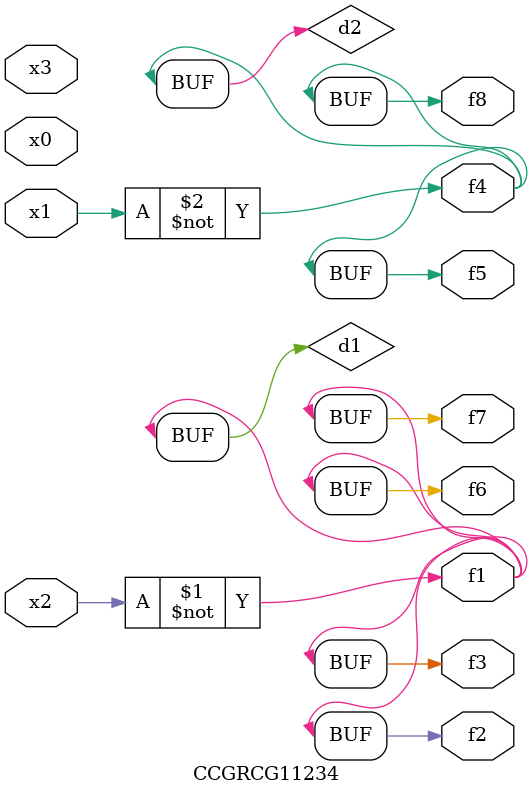
<source format=v>
module CCGRCG11234(
	input x0, x1, x2, x3,
	output f1, f2, f3, f4, f5, f6, f7, f8
);

	wire d1, d2;

	xnor (d1, x2);
	not (d2, x1);
	assign f1 = d1;
	assign f2 = d1;
	assign f3 = d1;
	assign f4 = d2;
	assign f5 = d2;
	assign f6 = d1;
	assign f7 = d1;
	assign f8 = d2;
endmodule

</source>
